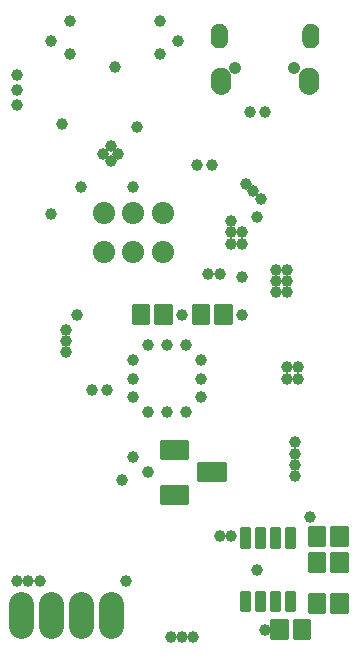
<source format=gbs>
G75*
%MOIN*%
%OFA0B0*%
%FSLAX25Y25*%
%IPPOS*%
%LPD*%
%AMOC8*
5,1,8,0,0,1.08239X$1,22.5*
%
%ADD10C,0.03953*%
%ADD11C,0.04150*%
%ADD12C,0.00039*%
%ADD13C,0.01224*%
%ADD14C,0.07378*%
%ADD15C,0.01210*%
%ADD16C,0.08200*%
%ADD17C,0.01237*%
D10*
X0007500Y0026250D03*
X0011250Y0026250D03*
X0015000Y0026250D03*
X0043750Y0026250D03*
X0058750Y0007500D03*
X0062500Y0007500D03*
X0066250Y0007500D03*
X0087500Y0030000D03*
X0078750Y0041250D03*
X0075000Y0041250D03*
X0051250Y0062500D03*
X0046250Y0067500D03*
X0042500Y0060000D03*
X0051250Y0082500D03*
X0046250Y0087500D03*
X0046250Y0093750D03*
X0046250Y0100000D03*
X0051250Y0105000D03*
X0057500Y0105000D03*
X0063750Y0105000D03*
X0068750Y0100000D03*
X0068750Y0093750D03*
X0068750Y0087500D03*
X0063750Y0082500D03*
X0057500Y0082500D03*
X0037500Y0090000D03*
X0032500Y0090000D03*
X0023750Y0102500D03*
X0023750Y0106250D03*
X0023750Y0110000D03*
X0027500Y0115000D03*
X0018750Y0148750D03*
X0028750Y0157500D03*
X0036250Y0168750D03*
X0038750Y0166250D03*
X0041250Y0168750D03*
X0038750Y0171250D03*
X0047500Y0177500D03*
X0046250Y0157500D03*
X0067500Y0165000D03*
X0072500Y0165000D03*
X0083750Y0158750D03*
X0086250Y0156250D03*
X0088750Y0153750D03*
X0087500Y0147500D03*
X0082500Y0142500D03*
X0082500Y0138750D03*
X0078750Y0138750D03*
X0078750Y0142500D03*
X0078750Y0146250D03*
X0075000Y0128750D03*
X0071250Y0128750D03*
X0082500Y0127500D03*
X0093750Y0126250D03*
X0093750Y0122500D03*
X0097500Y0122500D03*
X0097500Y0126250D03*
X0097500Y0130000D03*
X0093750Y0130000D03*
X0082500Y0115000D03*
X0097500Y0097500D03*
X0097500Y0093750D03*
X0101250Y0093750D03*
X0101250Y0097500D03*
X0100000Y0072500D03*
X0100000Y0068750D03*
X0100000Y0065000D03*
X0100000Y0061250D03*
X0105000Y0047500D03*
X0090000Y0010000D03*
X0062500Y0115000D03*
X0022500Y0178750D03*
X0007500Y0185000D03*
X0007500Y0190000D03*
X0007500Y0195000D03*
X0018750Y0206250D03*
X0025000Y0202087D03*
X0025000Y0202087D03*
X0025000Y0212913D03*
X0025000Y0212913D03*
X0040000Y0197500D03*
X0055000Y0202087D03*
X0055000Y0202087D03*
X0061250Y0206250D03*
X0055000Y0212913D03*
X0055000Y0212913D03*
X0085000Y0182500D03*
X0090000Y0182500D03*
D11*
X0080157Y0197217D03*
X0099843Y0197217D03*
D12*
X0101994Y0195998D02*
X0107337Y0195998D01*
X0107359Y0195960D02*
X0101972Y0195960D01*
X0101950Y0195923D02*
X0107381Y0195923D01*
X0107403Y0195885D02*
X0101928Y0195885D01*
X0101906Y0195847D02*
X0107425Y0195847D01*
X0107446Y0195809D02*
X0101884Y0195809D01*
X0101862Y0195771D02*
X0107468Y0195771D01*
X0107490Y0195733D02*
X0101841Y0195733D01*
X0101819Y0195695D02*
X0107512Y0195695D01*
X0107534Y0195657D02*
X0101797Y0195657D01*
X0101775Y0195620D02*
X0107556Y0195620D01*
X0107578Y0195582D02*
X0101753Y0195582D01*
X0101731Y0195544D02*
X0107599Y0195544D01*
X0107621Y0195506D02*
X0101709Y0195506D01*
X0101698Y0195486D02*
X0102038Y0196074D01*
X0102037Y0196074D02*
X0107293Y0196074D01*
X0107633Y0195486D01*
X0107842Y0194841D01*
X0107913Y0194165D01*
X0107913Y0192000D01*
X0107842Y0191325D01*
X0107633Y0190679D01*
X0107293Y0190091D01*
X0106839Y0189586D01*
X0106289Y0189187D01*
X0105669Y0188911D01*
X0105005Y0188770D01*
X0104326Y0188770D01*
X0103662Y0188911D01*
X0103041Y0189187D01*
X0102492Y0189586D01*
X0102038Y0190091D01*
X0101698Y0190679D01*
X0101488Y0191325D01*
X0101417Y0192000D01*
X0101417Y0194165D01*
X0101488Y0194841D01*
X0101698Y0195486D01*
X0101692Y0195468D02*
X0107639Y0195468D01*
X0107651Y0195430D02*
X0101680Y0195430D01*
X0101668Y0195392D02*
X0107663Y0195392D01*
X0107675Y0195354D02*
X0101655Y0195354D01*
X0101643Y0195316D02*
X0107688Y0195316D01*
X0107700Y0195279D02*
X0101631Y0195279D01*
X0101618Y0195241D02*
X0107712Y0195241D01*
X0107725Y0195203D02*
X0101606Y0195203D01*
X0101594Y0195165D02*
X0107737Y0195165D01*
X0107749Y0195127D02*
X0101581Y0195127D01*
X0101569Y0195089D02*
X0107762Y0195089D01*
X0107774Y0195051D02*
X0101557Y0195051D01*
X0101544Y0195013D02*
X0107786Y0195013D01*
X0107799Y0194976D02*
X0101532Y0194976D01*
X0101520Y0194938D02*
X0107811Y0194938D01*
X0107823Y0194900D02*
X0101508Y0194900D01*
X0101495Y0194862D02*
X0107835Y0194862D01*
X0107844Y0194824D02*
X0101487Y0194824D01*
X0101483Y0194786D02*
X0107848Y0194786D01*
X0107852Y0194748D02*
X0101479Y0194748D01*
X0101475Y0194710D02*
X0107856Y0194710D01*
X0107860Y0194673D02*
X0101471Y0194673D01*
X0101467Y0194635D02*
X0107864Y0194635D01*
X0107868Y0194597D02*
X0101463Y0194597D01*
X0101459Y0194559D02*
X0107872Y0194559D01*
X0107876Y0194521D02*
X0101455Y0194521D01*
X0101451Y0194483D02*
X0107880Y0194483D01*
X0107884Y0194445D02*
X0101447Y0194445D01*
X0101443Y0194407D02*
X0107888Y0194407D01*
X0107892Y0194369D02*
X0101439Y0194369D01*
X0101435Y0194332D02*
X0107896Y0194332D01*
X0107900Y0194294D02*
X0101431Y0194294D01*
X0101427Y0194256D02*
X0107904Y0194256D01*
X0107908Y0194218D02*
X0101423Y0194218D01*
X0101419Y0194180D02*
X0107912Y0194180D01*
X0107913Y0194142D02*
X0101417Y0194142D01*
X0101417Y0194104D02*
X0107913Y0194104D01*
X0107913Y0194066D02*
X0101417Y0194066D01*
X0101417Y0194029D02*
X0107913Y0194029D01*
X0107913Y0193991D02*
X0101417Y0193991D01*
X0101417Y0193953D02*
X0107913Y0193953D01*
X0107913Y0193915D02*
X0101417Y0193915D01*
X0101417Y0193877D02*
X0107913Y0193877D01*
X0107913Y0193839D02*
X0101417Y0193839D01*
X0101417Y0193801D02*
X0107913Y0193801D01*
X0107913Y0193763D02*
X0101417Y0193763D01*
X0101417Y0193725D02*
X0107913Y0193725D01*
X0107913Y0193688D02*
X0101417Y0193688D01*
X0101417Y0193650D02*
X0107913Y0193650D01*
X0107913Y0193612D02*
X0101417Y0193612D01*
X0101417Y0193574D02*
X0107913Y0193574D01*
X0107913Y0193536D02*
X0101417Y0193536D01*
X0101417Y0193498D02*
X0107913Y0193498D01*
X0107913Y0193460D02*
X0101417Y0193460D01*
X0101417Y0193422D02*
X0107913Y0193422D01*
X0107913Y0193385D02*
X0101417Y0193385D01*
X0101417Y0193347D02*
X0107913Y0193347D01*
X0107913Y0193309D02*
X0101417Y0193309D01*
X0101417Y0193271D02*
X0107913Y0193271D01*
X0107913Y0193233D02*
X0101417Y0193233D01*
X0101417Y0193195D02*
X0107913Y0193195D01*
X0107913Y0193157D02*
X0101417Y0193157D01*
X0101417Y0193119D02*
X0107913Y0193119D01*
X0107913Y0193081D02*
X0101417Y0193081D01*
X0101417Y0193044D02*
X0107913Y0193044D01*
X0107913Y0193006D02*
X0101417Y0193006D01*
X0101417Y0192968D02*
X0107913Y0192968D01*
X0107913Y0192930D02*
X0101417Y0192930D01*
X0101417Y0192892D02*
X0107913Y0192892D01*
X0107913Y0192854D02*
X0101417Y0192854D01*
X0101417Y0192816D02*
X0107913Y0192816D01*
X0107913Y0192778D02*
X0101417Y0192778D01*
X0101417Y0192741D02*
X0107913Y0192741D01*
X0107913Y0192703D02*
X0101417Y0192703D01*
X0101417Y0192665D02*
X0107913Y0192665D01*
X0107913Y0192627D02*
X0101417Y0192627D01*
X0101417Y0192589D02*
X0107913Y0192589D01*
X0107913Y0192551D02*
X0101417Y0192551D01*
X0101417Y0192513D02*
X0107913Y0192513D01*
X0107913Y0192475D02*
X0101417Y0192475D01*
X0101417Y0192437D02*
X0107913Y0192437D01*
X0107913Y0192400D02*
X0101417Y0192400D01*
X0101417Y0192362D02*
X0107913Y0192362D01*
X0107913Y0192324D02*
X0101417Y0192324D01*
X0101417Y0192286D02*
X0107913Y0192286D01*
X0107913Y0192248D02*
X0101417Y0192248D01*
X0101417Y0192210D02*
X0107913Y0192210D01*
X0107913Y0192172D02*
X0101417Y0192172D01*
X0101417Y0192134D02*
X0107913Y0192134D01*
X0107913Y0192097D02*
X0101417Y0192097D01*
X0101417Y0192059D02*
X0107913Y0192059D01*
X0107913Y0192021D02*
X0101417Y0192021D01*
X0101419Y0191983D02*
X0107912Y0191983D01*
X0107908Y0191945D02*
X0101423Y0191945D01*
X0101427Y0191907D02*
X0107904Y0191907D01*
X0107900Y0191869D02*
X0101431Y0191869D01*
X0101435Y0191831D02*
X0107896Y0191831D01*
X0107892Y0191794D02*
X0101439Y0191794D01*
X0101443Y0191756D02*
X0107888Y0191756D01*
X0107884Y0191718D02*
X0101447Y0191718D01*
X0101451Y0191680D02*
X0107880Y0191680D01*
X0107876Y0191642D02*
X0101455Y0191642D01*
X0101459Y0191604D02*
X0107872Y0191604D01*
X0107868Y0191566D02*
X0101463Y0191566D01*
X0101467Y0191528D02*
X0107864Y0191528D01*
X0107860Y0191490D02*
X0101471Y0191490D01*
X0101475Y0191453D02*
X0107856Y0191453D01*
X0107852Y0191415D02*
X0101479Y0191415D01*
X0101483Y0191377D02*
X0107848Y0191377D01*
X0107844Y0191339D02*
X0101487Y0191339D01*
X0101496Y0191301D02*
X0107835Y0191301D01*
X0107822Y0191263D02*
X0101508Y0191263D01*
X0101521Y0191225D02*
X0107810Y0191225D01*
X0107798Y0191187D02*
X0101533Y0191187D01*
X0101545Y0191150D02*
X0107786Y0191150D01*
X0107773Y0191112D02*
X0101558Y0191112D01*
X0101570Y0191074D02*
X0107761Y0191074D01*
X0107749Y0191036D02*
X0101582Y0191036D01*
X0101594Y0190998D02*
X0107736Y0190998D01*
X0107724Y0190960D02*
X0101607Y0190960D01*
X0101619Y0190922D02*
X0107712Y0190922D01*
X0107699Y0190884D02*
X0101631Y0190884D01*
X0101644Y0190846D02*
X0107687Y0190846D01*
X0107675Y0190809D02*
X0101656Y0190809D01*
X0101668Y0190771D02*
X0107662Y0190771D01*
X0107650Y0190733D02*
X0101681Y0190733D01*
X0101693Y0190695D02*
X0107638Y0190695D01*
X0107620Y0190657D02*
X0101711Y0190657D01*
X0101733Y0190619D02*
X0107598Y0190619D01*
X0107576Y0190581D02*
X0101754Y0190581D01*
X0101776Y0190543D02*
X0107554Y0190543D01*
X0107532Y0190506D02*
X0101798Y0190506D01*
X0101820Y0190468D02*
X0107511Y0190468D01*
X0107489Y0190430D02*
X0101842Y0190430D01*
X0101864Y0190392D02*
X0107467Y0190392D01*
X0107445Y0190354D02*
X0101886Y0190354D01*
X0101908Y0190316D02*
X0107423Y0190316D01*
X0107401Y0190278D02*
X0101929Y0190278D01*
X0101951Y0190240D02*
X0107379Y0190240D01*
X0107358Y0190202D02*
X0101973Y0190202D01*
X0101995Y0190165D02*
X0107336Y0190165D01*
X0107314Y0190127D02*
X0102017Y0190127D01*
X0102039Y0190089D02*
X0107291Y0190089D01*
X0107257Y0190051D02*
X0102074Y0190051D01*
X0102108Y0190013D02*
X0107223Y0190013D01*
X0107189Y0189975D02*
X0102142Y0189975D01*
X0102176Y0189937D02*
X0107155Y0189937D01*
X0107121Y0189899D02*
X0102210Y0189899D01*
X0102244Y0189862D02*
X0107087Y0189862D01*
X0107052Y0189824D02*
X0102278Y0189824D01*
X0102312Y0189786D02*
X0107018Y0189786D01*
X0106984Y0189748D02*
X0102346Y0189748D01*
X0102381Y0189710D02*
X0106950Y0189710D01*
X0106916Y0189672D02*
X0102415Y0189672D01*
X0102449Y0189634D02*
X0106882Y0189634D01*
X0106848Y0189596D02*
X0102483Y0189596D01*
X0102530Y0189559D02*
X0106801Y0189559D01*
X0106748Y0189521D02*
X0102582Y0189521D01*
X0102634Y0189483D02*
X0106696Y0189483D01*
X0106644Y0189445D02*
X0102687Y0189445D01*
X0102739Y0189407D02*
X0106592Y0189407D01*
X0106540Y0189369D02*
X0102791Y0189369D01*
X0102843Y0189331D02*
X0106488Y0189331D01*
X0106436Y0189293D02*
X0102895Y0189293D01*
X0102947Y0189255D02*
X0106383Y0189255D01*
X0106331Y0189218D02*
X0102999Y0189218D01*
X0103058Y0189180D02*
X0106273Y0189180D01*
X0106188Y0189142D02*
X0103143Y0189142D01*
X0103228Y0189104D02*
X0106103Y0189104D01*
X0106017Y0189066D02*
X0103313Y0189066D01*
X0103398Y0189028D02*
X0105932Y0189028D01*
X0105847Y0188990D02*
X0103483Y0188990D01*
X0103569Y0188952D02*
X0105762Y0188952D01*
X0105677Y0188915D02*
X0103654Y0188915D01*
X0103823Y0188877D02*
X0105508Y0188877D01*
X0105330Y0188839D02*
X0104001Y0188839D01*
X0104179Y0188801D02*
X0105151Y0188801D01*
X0107315Y0196036D02*
X0102016Y0196036D01*
X0102038Y0196074D02*
X0102492Y0196579D01*
X0103041Y0196978D01*
X0103662Y0197254D01*
X0104326Y0197396D01*
X0105005Y0197396D01*
X0105669Y0197254D01*
X0106289Y0196978D01*
X0106839Y0196579D01*
X0107293Y0196074D01*
X0107259Y0196112D02*
X0102071Y0196112D01*
X0102106Y0196150D02*
X0107225Y0196150D01*
X0107191Y0196188D02*
X0102140Y0196188D01*
X0102174Y0196226D02*
X0107157Y0196226D01*
X0107123Y0196264D02*
X0102208Y0196264D01*
X0102242Y0196301D02*
X0107089Y0196301D01*
X0107055Y0196339D02*
X0102276Y0196339D01*
X0102310Y0196377D02*
X0107021Y0196377D01*
X0106986Y0196415D02*
X0102344Y0196415D01*
X0102378Y0196453D02*
X0106952Y0196453D01*
X0106918Y0196491D02*
X0102412Y0196491D01*
X0102447Y0196529D02*
X0106884Y0196529D01*
X0106850Y0196567D02*
X0102481Y0196567D01*
X0102527Y0196604D02*
X0106804Y0196604D01*
X0106752Y0196642D02*
X0102579Y0196642D01*
X0102631Y0196680D02*
X0106700Y0196680D01*
X0106647Y0196718D02*
X0102683Y0196718D01*
X0102735Y0196756D02*
X0106595Y0196756D01*
X0106543Y0196794D02*
X0102788Y0196794D01*
X0102840Y0196832D02*
X0106491Y0196832D01*
X0106439Y0196870D02*
X0102892Y0196870D01*
X0102944Y0196908D02*
X0106387Y0196908D01*
X0106335Y0196945D02*
X0102996Y0196945D01*
X0103053Y0196983D02*
X0106278Y0196983D01*
X0106193Y0197021D02*
X0103138Y0197021D01*
X0103223Y0197059D02*
X0106108Y0197059D01*
X0106023Y0197097D02*
X0103308Y0197097D01*
X0103393Y0197135D02*
X0105938Y0197135D01*
X0105853Y0197173D02*
X0103478Y0197173D01*
X0103563Y0197211D02*
X0105768Y0197211D01*
X0105682Y0197248D02*
X0103648Y0197248D01*
X0103812Y0197286D02*
X0105519Y0197286D01*
X0105341Y0197324D02*
X0103990Y0197324D01*
X0104168Y0197362D02*
X0105163Y0197362D01*
X0104978Y0204121D02*
X0104435Y0204236D01*
X0103927Y0204462D01*
X0103478Y0204789D01*
X0103106Y0205202D01*
X0102828Y0205683D01*
X0102656Y0206211D01*
X0102598Y0206764D01*
X0102598Y0209323D01*
X0102656Y0209875D01*
X0102828Y0210404D01*
X0103106Y0210885D01*
X0103478Y0211298D01*
X0103927Y0211624D01*
X0104435Y0211850D01*
X0104978Y0211966D01*
X0105534Y0211966D01*
X0106077Y0211850D01*
X0106585Y0211624D01*
X0107034Y0211298D01*
X0107406Y0210885D01*
X0107684Y0210404D01*
X0107855Y0209875D01*
X0107913Y0209323D01*
X0107913Y0206764D01*
X0107855Y0206211D01*
X0107684Y0205683D01*
X0107406Y0205202D01*
X0107034Y0204789D01*
X0106585Y0204462D01*
X0106077Y0204236D01*
X0105534Y0204121D01*
X0104978Y0204121D01*
X0104875Y0204143D02*
X0105637Y0204143D01*
X0105815Y0204181D02*
X0104696Y0204181D01*
X0104518Y0204219D02*
X0105994Y0204219D01*
X0106122Y0204256D02*
X0104389Y0204256D01*
X0104304Y0204294D02*
X0106207Y0204294D01*
X0106292Y0204332D02*
X0104219Y0204332D01*
X0104134Y0204370D02*
X0106378Y0204370D01*
X0106463Y0204408D02*
X0104049Y0204408D01*
X0103964Y0204446D02*
X0106548Y0204446D01*
X0106614Y0204484D02*
X0103898Y0204484D01*
X0103846Y0204522D02*
X0106666Y0204522D01*
X0106718Y0204560D02*
X0103793Y0204560D01*
X0103741Y0204597D02*
X0106771Y0204597D01*
X0106823Y0204635D02*
X0103689Y0204635D01*
X0103637Y0204673D02*
X0106875Y0204673D01*
X0106927Y0204711D02*
X0103585Y0204711D01*
X0103533Y0204749D02*
X0106979Y0204749D01*
X0107031Y0204787D02*
X0103481Y0204787D01*
X0103445Y0204825D02*
X0107066Y0204825D01*
X0107100Y0204863D02*
X0103411Y0204863D01*
X0103377Y0204900D02*
X0107135Y0204900D01*
X0107169Y0204938D02*
X0103343Y0204938D01*
X0103309Y0204976D02*
X0107203Y0204976D01*
X0107237Y0205014D02*
X0103275Y0205014D01*
X0103241Y0205052D02*
X0107271Y0205052D01*
X0107305Y0205090D02*
X0103207Y0205090D01*
X0103173Y0205128D02*
X0107339Y0205128D01*
X0107373Y0205166D02*
X0103138Y0205166D01*
X0103105Y0205204D02*
X0107407Y0205204D01*
X0107429Y0205241D02*
X0103083Y0205241D01*
X0103061Y0205279D02*
X0107451Y0205279D01*
X0107473Y0205317D02*
X0103039Y0205317D01*
X0103017Y0205355D02*
X0107494Y0205355D01*
X0107516Y0205393D02*
X0102996Y0205393D01*
X0102974Y0205431D02*
X0107538Y0205431D01*
X0107560Y0205469D02*
X0102952Y0205469D01*
X0102930Y0205507D02*
X0107582Y0205507D01*
X0107604Y0205544D02*
X0102908Y0205544D01*
X0102886Y0205582D02*
X0107626Y0205582D01*
X0107647Y0205620D02*
X0102864Y0205620D01*
X0102842Y0205658D02*
X0107669Y0205658D01*
X0107688Y0205696D02*
X0102824Y0205696D01*
X0102812Y0205734D02*
X0107700Y0205734D01*
X0107713Y0205772D02*
X0102799Y0205772D01*
X0102787Y0205810D02*
X0107725Y0205810D01*
X0107737Y0205848D02*
X0102775Y0205848D01*
X0102762Y0205885D02*
X0107749Y0205885D01*
X0107762Y0205923D02*
X0102750Y0205923D01*
X0102738Y0205961D02*
X0107774Y0205961D01*
X0107786Y0205999D02*
X0102725Y0205999D01*
X0102713Y0206037D02*
X0107799Y0206037D01*
X0107811Y0206075D02*
X0102701Y0206075D01*
X0102689Y0206113D02*
X0107823Y0206113D01*
X0107836Y0206151D02*
X0102676Y0206151D01*
X0102664Y0206188D02*
X0107848Y0206188D01*
X0107857Y0206226D02*
X0102655Y0206226D01*
X0102651Y0206264D02*
X0107861Y0206264D01*
X0107865Y0206302D02*
X0102647Y0206302D01*
X0102643Y0206340D02*
X0107869Y0206340D01*
X0107873Y0206378D02*
X0102639Y0206378D01*
X0102635Y0206416D02*
X0107877Y0206416D01*
X0107881Y0206454D02*
X0102631Y0206454D01*
X0102627Y0206491D02*
X0107885Y0206491D01*
X0107889Y0206529D02*
X0102623Y0206529D01*
X0102619Y0206567D02*
X0107893Y0206567D01*
X0107897Y0206605D02*
X0102615Y0206605D01*
X0102611Y0206643D02*
X0107901Y0206643D01*
X0107905Y0206681D02*
X0102607Y0206681D01*
X0102603Y0206719D02*
X0107909Y0206719D01*
X0107913Y0206757D02*
X0102599Y0206757D01*
X0102598Y0206795D02*
X0107913Y0206795D01*
X0107913Y0206832D02*
X0102598Y0206832D01*
X0102598Y0206870D02*
X0107913Y0206870D01*
X0107913Y0206908D02*
X0102598Y0206908D01*
X0102598Y0206946D02*
X0107913Y0206946D01*
X0107913Y0206984D02*
X0102598Y0206984D01*
X0102598Y0207022D02*
X0107913Y0207022D01*
X0107913Y0207060D02*
X0102598Y0207060D01*
X0102598Y0207098D02*
X0107913Y0207098D01*
X0107913Y0207135D02*
X0102598Y0207135D01*
X0102598Y0207173D02*
X0107913Y0207173D01*
X0107913Y0207211D02*
X0102598Y0207211D01*
X0102598Y0207249D02*
X0107913Y0207249D01*
X0107913Y0207287D02*
X0102598Y0207287D01*
X0102598Y0207325D02*
X0107913Y0207325D01*
X0107913Y0207363D02*
X0102598Y0207363D01*
X0102598Y0207401D02*
X0107913Y0207401D01*
X0107913Y0207439D02*
X0102598Y0207439D01*
X0102598Y0207476D02*
X0107913Y0207476D01*
X0107913Y0207514D02*
X0102598Y0207514D01*
X0102598Y0207552D02*
X0107913Y0207552D01*
X0107913Y0207590D02*
X0102598Y0207590D01*
X0102598Y0207628D02*
X0107913Y0207628D01*
X0107913Y0207666D02*
X0102598Y0207666D01*
X0102598Y0207704D02*
X0107913Y0207704D01*
X0107913Y0207742D02*
X0102598Y0207742D01*
X0102598Y0207779D02*
X0107913Y0207779D01*
X0107913Y0207817D02*
X0102598Y0207817D01*
X0102598Y0207855D02*
X0107913Y0207855D01*
X0107913Y0207893D02*
X0102598Y0207893D01*
X0102598Y0207931D02*
X0107913Y0207931D01*
X0107913Y0207969D02*
X0102598Y0207969D01*
X0102598Y0208007D02*
X0107913Y0208007D01*
X0107913Y0208045D02*
X0102598Y0208045D01*
X0102598Y0208083D02*
X0107913Y0208083D01*
X0107913Y0208120D02*
X0102598Y0208120D01*
X0102598Y0208158D02*
X0107913Y0208158D01*
X0107913Y0208196D02*
X0102598Y0208196D01*
X0102598Y0208234D02*
X0107913Y0208234D01*
X0107913Y0208272D02*
X0102598Y0208272D01*
X0102598Y0208310D02*
X0107913Y0208310D01*
X0107913Y0208348D02*
X0102598Y0208348D01*
X0102598Y0208386D02*
X0107913Y0208386D01*
X0107913Y0208423D02*
X0102598Y0208423D01*
X0102598Y0208461D02*
X0107913Y0208461D01*
X0107913Y0208499D02*
X0102598Y0208499D01*
X0102598Y0208537D02*
X0107913Y0208537D01*
X0107913Y0208575D02*
X0102598Y0208575D01*
X0102598Y0208613D02*
X0107913Y0208613D01*
X0107913Y0208651D02*
X0102598Y0208651D01*
X0102598Y0208689D02*
X0107913Y0208689D01*
X0107913Y0208727D02*
X0102598Y0208727D01*
X0102598Y0208764D02*
X0107913Y0208764D01*
X0107913Y0208802D02*
X0102598Y0208802D01*
X0102598Y0208840D02*
X0107913Y0208840D01*
X0107913Y0208878D02*
X0102598Y0208878D01*
X0102598Y0208916D02*
X0107913Y0208916D01*
X0107913Y0208954D02*
X0102598Y0208954D01*
X0102598Y0208992D02*
X0107913Y0208992D01*
X0107913Y0209030D02*
X0102598Y0209030D01*
X0102598Y0209067D02*
X0107913Y0209067D01*
X0107913Y0209105D02*
X0102598Y0209105D01*
X0102598Y0209143D02*
X0107913Y0209143D01*
X0107913Y0209181D02*
X0102598Y0209181D01*
X0102598Y0209219D02*
X0107913Y0209219D01*
X0107913Y0209257D02*
X0102598Y0209257D01*
X0102598Y0209295D02*
X0107913Y0209295D01*
X0107912Y0209333D02*
X0102599Y0209333D01*
X0102603Y0209370D02*
X0107908Y0209370D01*
X0107904Y0209408D02*
X0102607Y0209408D01*
X0102611Y0209446D02*
X0107900Y0209446D01*
X0107896Y0209484D02*
X0102615Y0209484D01*
X0102619Y0209522D02*
X0107892Y0209522D01*
X0107888Y0209560D02*
X0102623Y0209560D01*
X0102627Y0209598D02*
X0107884Y0209598D01*
X0107880Y0209636D02*
X0102631Y0209636D01*
X0102635Y0209674D02*
X0107877Y0209674D01*
X0107873Y0209711D02*
X0102639Y0209711D01*
X0102643Y0209749D02*
X0107869Y0209749D01*
X0107865Y0209787D02*
X0102647Y0209787D01*
X0102651Y0209825D02*
X0107861Y0209825D01*
X0107857Y0209863D02*
X0102655Y0209863D01*
X0102665Y0209901D02*
X0107847Y0209901D01*
X0107835Y0209939D02*
X0102677Y0209939D01*
X0102689Y0209977D02*
X0107822Y0209977D01*
X0107810Y0210014D02*
X0102702Y0210014D01*
X0102714Y0210052D02*
X0107798Y0210052D01*
X0107785Y0210090D02*
X0102726Y0210090D01*
X0102739Y0210128D02*
X0107773Y0210128D01*
X0107761Y0210166D02*
X0102751Y0210166D01*
X0102763Y0210204D02*
X0107749Y0210204D01*
X0107736Y0210242D02*
X0102776Y0210242D01*
X0102788Y0210280D02*
X0107724Y0210280D01*
X0107712Y0210318D02*
X0102800Y0210318D01*
X0102812Y0210355D02*
X0107699Y0210355D01*
X0107687Y0210393D02*
X0102825Y0210393D01*
X0102844Y0210431D02*
X0107668Y0210431D01*
X0107646Y0210469D02*
X0102866Y0210469D01*
X0102888Y0210507D02*
X0107624Y0210507D01*
X0107602Y0210545D02*
X0102910Y0210545D01*
X0102931Y0210583D02*
X0107580Y0210583D01*
X0107558Y0210621D02*
X0102953Y0210621D01*
X0102975Y0210658D02*
X0107537Y0210658D01*
X0107515Y0210696D02*
X0102997Y0210696D01*
X0103019Y0210734D02*
X0107493Y0210734D01*
X0107471Y0210772D02*
X0103041Y0210772D01*
X0103063Y0210810D02*
X0107449Y0210810D01*
X0107427Y0210848D02*
X0103085Y0210848D01*
X0103107Y0210886D02*
X0107405Y0210886D01*
X0107371Y0210924D02*
X0103141Y0210924D01*
X0103175Y0210962D02*
X0107337Y0210962D01*
X0107303Y0210999D02*
X0103209Y0210999D01*
X0103243Y0211037D02*
X0107269Y0211037D01*
X0107235Y0211075D02*
X0103277Y0211075D01*
X0103311Y0211113D02*
X0107200Y0211113D01*
X0107166Y0211151D02*
X0103346Y0211151D01*
X0103380Y0211189D02*
X0107132Y0211189D01*
X0107098Y0211227D02*
X0103414Y0211227D01*
X0103448Y0211265D02*
X0107064Y0211265D01*
X0107028Y0211302D02*
X0103484Y0211302D01*
X0103536Y0211340D02*
X0106975Y0211340D01*
X0106923Y0211378D02*
X0103588Y0211378D01*
X0103641Y0211416D02*
X0106871Y0211416D01*
X0106819Y0211454D02*
X0103693Y0211454D01*
X0103745Y0211492D02*
X0106767Y0211492D01*
X0106715Y0211530D02*
X0103797Y0211530D01*
X0103849Y0211568D02*
X0106663Y0211568D01*
X0106610Y0211605D02*
X0103901Y0211605D01*
X0103970Y0211643D02*
X0106542Y0211643D01*
X0106457Y0211681D02*
X0104055Y0211681D01*
X0104140Y0211719D02*
X0106372Y0211719D01*
X0106287Y0211757D02*
X0104225Y0211757D01*
X0104310Y0211795D02*
X0106201Y0211795D01*
X0106116Y0211833D02*
X0104395Y0211833D01*
X0104531Y0211871D02*
X0105981Y0211871D01*
X0105803Y0211909D02*
X0104709Y0211909D01*
X0104887Y0211946D02*
X0105625Y0211946D01*
X0077402Y0209323D02*
X0077402Y0206764D01*
X0077344Y0206211D01*
X0077172Y0205683D01*
X0076894Y0205202D01*
X0076522Y0204789D01*
X0076073Y0204462D01*
X0075565Y0204236D01*
X0075022Y0204121D01*
X0074466Y0204121D01*
X0073923Y0204236D01*
X0073415Y0204462D01*
X0072966Y0204789D01*
X0072594Y0205202D01*
X0072316Y0205683D01*
X0072145Y0206211D01*
X0072087Y0206764D01*
X0072087Y0209323D01*
X0072145Y0209875D01*
X0072316Y0210404D01*
X0072594Y0210885D01*
X0072966Y0211298D01*
X0073415Y0211624D01*
X0073923Y0211850D01*
X0074466Y0211966D01*
X0075022Y0211966D01*
X0075565Y0211850D01*
X0076073Y0211624D01*
X0076522Y0211298D01*
X0076894Y0210885D01*
X0077172Y0210404D01*
X0077344Y0209875D01*
X0077402Y0209323D01*
X0077401Y0209333D02*
X0072088Y0209333D01*
X0072092Y0209370D02*
X0077397Y0209370D01*
X0077393Y0209408D02*
X0072096Y0209408D01*
X0072100Y0209446D02*
X0077389Y0209446D01*
X0077385Y0209484D02*
X0072104Y0209484D01*
X0072108Y0209522D02*
X0077381Y0209522D01*
X0077377Y0209560D02*
X0072112Y0209560D01*
X0072116Y0209598D02*
X0077373Y0209598D01*
X0077369Y0209636D02*
X0072119Y0209636D01*
X0072123Y0209674D02*
X0077365Y0209674D01*
X0077361Y0209711D02*
X0072127Y0209711D01*
X0072131Y0209749D02*
X0077357Y0209749D01*
X0077353Y0209787D02*
X0072135Y0209787D01*
X0072139Y0209825D02*
X0077349Y0209825D01*
X0077345Y0209863D02*
X0072143Y0209863D01*
X0072153Y0209901D02*
X0077335Y0209901D01*
X0077323Y0209939D02*
X0072165Y0209939D01*
X0072178Y0209977D02*
X0077311Y0209977D01*
X0077298Y0210014D02*
X0072190Y0210014D01*
X0072202Y0210052D02*
X0077286Y0210052D01*
X0077274Y0210090D02*
X0072214Y0210090D01*
X0072227Y0210128D02*
X0077261Y0210128D01*
X0077249Y0210166D02*
X0072239Y0210166D01*
X0072251Y0210204D02*
X0077237Y0210204D01*
X0077224Y0210242D02*
X0072264Y0210242D01*
X0072276Y0210280D02*
X0077212Y0210280D01*
X0077200Y0210318D02*
X0072288Y0210318D01*
X0072301Y0210355D02*
X0077188Y0210355D01*
X0077175Y0210393D02*
X0072313Y0210393D01*
X0072332Y0210431D02*
X0077156Y0210431D01*
X0077134Y0210469D02*
X0072354Y0210469D01*
X0072376Y0210507D02*
X0077112Y0210507D01*
X0077090Y0210545D02*
X0072398Y0210545D01*
X0072420Y0210583D02*
X0077069Y0210583D01*
X0077047Y0210621D02*
X0072442Y0210621D01*
X0072463Y0210658D02*
X0077025Y0210658D01*
X0077003Y0210696D02*
X0072485Y0210696D01*
X0072507Y0210734D02*
X0076981Y0210734D01*
X0076959Y0210772D02*
X0072529Y0210772D01*
X0072551Y0210810D02*
X0076937Y0210810D01*
X0076915Y0210848D02*
X0072573Y0210848D01*
X0072595Y0210886D02*
X0076893Y0210886D01*
X0076859Y0210924D02*
X0072629Y0210924D01*
X0072663Y0210962D02*
X0076825Y0210962D01*
X0076791Y0210999D02*
X0072697Y0210999D01*
X0072731Y0211037D02*
X0076757Y0211037D01*
X0076723Y0211075D02*
X0072765Y0211075D01*
X0072800Y0211113D02*
X0076689Y0211113D01*
X0076654Y0211151D02*
X0072834Y0211151D01*
X0072868Y0211189D02*
X0076620Y0211189D01*
X0076586Y0211227D02*
X0072902Y0211227D01*
X0072936Y0211265D02*
X0076552Y0211265D01*
X0076516Y0211302D02*
X0072972Y0211302D01*
X0073025Y0211340D02*
X0076464Y0211340D01*
X0076412Y0211378D02*
X0073077Y0211378D01*
X0073129Y0211416D02*
X0076359Y0211416D01*
X0076307Y0211454D02*
X0073181Y0211454D01*
X0073233Y0211492D02*
X0076255Y0211492D01*
X0076203Y0211530D02*
X0073285Y0211530D01*
X0073337Y0211568D02*
X0076151Y0211568D01*
X0076099Y0211605D02*
X0073389Y0211605D01*
X0073458Y0211643D02*
X0076030Y0211643D01*
X0075945Y0211681D02*
X0073543Y0211681D01*
X0073628Y0211719D02*
X0075860Y0211719D01*
X0075775Y0211757D02*
X0073713Y0211757D01*
X0073799Y0211795D02*
X0075690Y0211795D01*
X0075605Y0211833D02*
X0073884Y0211833D01*
X0074019Y0211871D02*
X0075469Y0211871D01*
X0075291Y0211909D02*
X0074197Y0211909D01*
X0074375Y0211946D02*
X0075113Y0211946D01*
X0077402Y0209295D02*
X0072087Y0209295D01*
X0072087Y0209257D02*
X0077402Y0209257D01*
X0077402Y0209219D02*
X0072087Y0209219D01*
X0072087Y0209181D02*
X0077402Y0209181D01*
X0077402Y0209143D02*
X0072087Y0209143D01*
X0072087Y0209105D02*
X0077402Y0209105D01*
X0077402Y0209067D02*
X0072087Y0209067D01*
X0072087Y0209030D02*
X0077402Y0209030D01*
X0077402Y0208992D02*
X0072087Y0208992D01*
X0072087Y0208954D02*
X0077402Y0208954D01*
X0077402Y0208916D02*
X0072087Y0208916D01*
X0072087Y0208878D02*
X0077402Y0208878D01*
X0077402Y0208840D02*
X0072087Y0208840D01*
X0072087Y0208802D02*
X0077402Y0208802D01*
X0077402Y0208764D02*
X0072087Y0208764D01*
X0072087Y0208727D02*
X0077402Y0208727D01*
X0077402Y0208689D02*
X0072087Y0208689D01*
X0072087Y0208651D02*
X0077402Y0208651D01*
X0077402Y0208613D02*
X0072087Y0208613D01*
X0072087Y0208575D02*
X0077402Y0208575D01*
X0077402Y0208537D02*
X0072087Y0208537D01*
X0072087Y0208499D02*
X0077402Y0208499D01*
X0077402Y0208461D02*
X0072087Y0208461D01*
X0072087Y0208423D02*
X0077402Y0208423D01*
X0077402Y0208386D02*
X0072087Y0208386D01*
X0072087Y0208348D02*
X0077402Y0208348D01*
X0077402Y0208310D02*
X0072087Y0208310D01*
X0072087Y0208272D02*
X0077402Y0208272D01*
X0077402Y0208234D02*
X0072087Y0208234D01*
X0072087Y0208196D02*
X0077402Y0208196D01*
X0077402Y0208158D02*
X0072087Y0208158D01*
X0072087Y0208120D02*
X0077402Y0208120D01*
X0077402Y0208083D02*
X0072087Y0208083D01*
X0072087Y0208045D02*
X0077402Y0208045D01*
X0077402Y0208007D02*
X0072087Y0208007D01*
X0072087Y0207969D02*
X0077402Y0207969D01*
X0077402Y0207931D02*
X0072087Y0207931D01*
X0072087Y0207893D02*
X0077402Y0207893D01*
X0077402Y0207855D02*
X0072087Y0207855D01*
X0072087Y0207817D02*
X0077402Y0207817D01*
X0077402Y0207779D02*
X0072087Y0207779D01*
X0072087Y0207742D02*
X0077402Y0207742D01*
X0077402Y0207704D02*
X0072087Y0207704D01*
X0072087Y0207666D02*
X0077402Y0207666D01*
X0077402Y0207628D02*
X0072087Y0207628D01*
X0072087Y0207590D02*
X0077402Y0207590D01*
X0077402Y0207552D02*
X0072087Y0207552D01*
X0072087Y0207514D02*
X0077402Y0207514D01*
X0077402Y0207476D02*
X0072087Y0207476D01*
X0072087Y0207439D02*
X0077402Y0207439D01*
X0077402Y0207401D02*
X0072087Y0207401D01*
X0072087Y0207363D02*
X0077402Y0207363D01*
X0077402Y0207325D02*
X0072087Y0207325D01*
X0072087Y0207287D02*
X0077402Y0207287D01*
X0077402Y0207249D02*
X0072087Y0207249D01*
X0072087Y0207211D02*
X0077402Y0207211D01*
X0077402Y0207173D02*
X0072087Y0207173D01*
X0072087Y0207135D02*
X0077402Y0207135D01*
X0077402Y0207098D02*
X0072087Y0207098D01*
X0072087Y0207060D02*
X0077402Y0207060D01*
X0077402Y0207022D02*
X0072087Y0207022D01*
X0072087Y0206984D02*
X0077402Y0206984D01*
X0077402Y0206946D02*
X0072087Y0206946D01*
X0072087Y0206908D02*
X0077402Y0206908D01*
X0077402Y0206870D02*
X0072087Y0206870D01*
X0072087Y0206832D02*
X0077402Y0206832D01*
X0077402Y0206795D02*
X0072087Y0206795D01*
X0072087Y0206757D02*
X0077401Y0206757D01*
X0077397Y0206719D02*
X0072091Y0206719D01*
X0072095Y0206681D02*
X0077393Y0206681D01*
X0077389Y0206643D02*
X0072099Y0206643D01*
X0072103Y0206605D02*
X0077385Y0206605D01*
X0077381Y0206567D02*
X0072107Y0206567D01*
X0072111Y0206529D02*
X0077377Y0206529D01*
X0077373Y0206491D02*
X0072115Y0206491D01*
X0072119Y0206454D02*
X0077369Y0206454D01*
X0077365Y0206416D02*
X0072123Y0206416D01*
X0072127Y0206378D02*
X0077361Y0206378D01*
X0077357Y0206340D02*
X0072131Y0206340D01*
X0072135Y0206302D02*
X0077353Y0206302D01*
X0077349Y0206264D02*
X0072139Y0206264D01*
X0072143Y0206226D02*
X0077345Y0206226D01*
X0077336Y0206188D02*
X0072152Y0206188D01*
X0072164Y0206151D02*
X0077324Y0206151D01*
X0077311Y0206113D02*
X0072177Y0206113D01*
X0072189Y0206075D02*
X0077299Y0206075D01*
X0077287Y0206037D02*
X0072201Y0206037D01*
X0072214Y0205999D02*
X0077275Y0205999D01*
X0077262Y0205961D02*
X0072226Y0205961D01*
X0072238Y0205923D02*
X0077250Y0205923D01*
X0077238Y0205885D02*
X0072251Y0205885D01*
X0072263Y0205848D02*
X0077225Y0205848D01*
X0077213Y0205810D02*
X0072275Y0205810D01*
X0072288Y0205772D02*
X0077201Y0205772D01*
X0077188Y0205734D02*
X0072300Y0205734D01*
X0072312Y0205696D02*
X0077176Y0205696D01*
X0077158Y0205658D02*
X0072331Y0205658D01*
X0072353Y0205620D02*
X0077136Y0205620D01*
X0077114Y0205582D02*
X0072374Y0205582D01*
X0072396Y0205544D02*
X0077092Y0205544D01*
X0077070Y0205507D02*
X0072418Y0205507D01*
X0072440Y0205469D02*
X0077048Y0205469D01*
X0077026Y0205431D02*
X0072462Y0205431D01*
X0072484Y0205393D02*
X0077004Y0205393D01*
X0076983Y0205355D02*
X0072506Y0205355D01*
X0072528Y0205317D02*
X0076961Y0205317D01*
X0076939Y0205279D02*
X0072549Y0205279D01*
X0072571Y0205241D02*
X0076917Y0205241D01*
X0076895Y0205204D02*
X0072593Y0205204D01*
X0072627Y0205166D02*
X0076862Y0205166D01*
X0076827Y0205128D02*
X0072661Y0205128D01*
X0072695Y0205090D02*
X0076793Y0205090D01*
X0076759Y0205052D02*
X0072729Y0205052D01*
X0072763Y0205014D02*
X0076725Y0205014D01*
X0076691Y0204976D02*
X0072797Y0204976D01*
X0072831Y0204938D02*
X0076657Y0204938D01*
X0076623Y0204900D02*
X0072865Y0204900D01*
X0072900Y0204863D02*
X0076589Y0204863D01*
X0076555Y0204825D02*
X0072934Y0204825D01*
X0072969Y0204787D02*
X0076519Y0204787D01*
X0076467Y0204749D02*
X0073021Y0204749D01*
X0073073Y0204711D02*
X0076415Y0204711D01*
X0076363Y0204673D02*
X0073125Y0204673D01*
X0073177Y0204635D02*
X0076311Y0204635D01*
X0076259Y0204597D02*
X0073229Y0204597D01*
X0073282Y0204560D02*
X0076207Y0204560D01*
X0076154Y0204522D02*
X0073334Y0204522D01*
X0073386Y0204484D02*
X0076102Y0204484D01*
X0076036Y0204446D02*
X0073452Y0204446D01*
X0073537Y0204408D02*
X0075951Y0204408D01*
X0075866Y0204370D02*
X0073622Y0204370D01*
X0073708Y0204332D02*
X0075781Y0204332D01*
X0075696Y0204294D02*
X0073793Y0204294D01*
X0073878Y0204256D02*
X0075611Y0204256D01*
X0075482Y0204219D02*
X0074006Y0204219D01*
X0074185Y0204181D02*
X0075304Y0204181D01*
X0075125Y0204143D02*
X0074363Y0204143D01*
X0074995Y0197396D02*
X0074331Y0197254D01*
X0073711Y0196978D01*
X0073161Y0196579D01*
X0072707Y0196074D01*
X0077963Y0196074D01*
X0077962Y0196074D02*
X0077508Y0196579D01*
X0076959Y0196978D01*
X0076338Y0197254D01*
X0075674Y0197396D01*
X0074995Y0197396D01*
X0074837Y0197362D02*
X0075832Y0197362D01*
X0076010Y0197324D02*
X0074659Y0197324D01*
X0074481Y0197286D02*
X0076188Y0197286D01*
X0076352Y0197248D02*
X0074318Y0197248D01*
X0074232Y0197211D02*
X0076437Y0197211D01*
X0076522Y0197173D02*
X0074147Y0197173D01*
X0074062Y0197135D02*
X0076607Y0197135D01*
X0076692Y0197097D02*
X0073977Y0197097D01*
X0073892Y0197059D02*
X0076777Y0197059D01*
X0076862Y0197021D02*
X0073807Y0197021D01*
X0073722Y0196983D02*
X0076947Y0196983D01*
X0077004Y0196945D02*
X0073665Y0196945D01*
X0073613Y0196908D02*
X0077056Y0196908D01*
X0077108Y0196870D02*
X0073561Y0196870D01*
X0073509Y0196832D02*
X0077160Y0196832D01*
X0077212Y0196794D02*
X0073457Y0196794D01*
X0073405Y0196756D02*
X0077265Y0196756D01*
X0077317Y0196718D02*
X0073353Y0196718D01*
X0073300Y0196680D02*
X0077369Y0196680D01*
X0077421Y0196642D02*
X0073248Y0196642D01*
X0073196Y0196604D02*
X0077473Y0196604D01*
X0077519Y0196567D02*
X0073150Y0196567D01*
X0073116Y0196529D02*
X0077553Y0196529D01*
X0077588Y0196491D02*
X0073082Y0196491D01*
X0073048Y0196453D02*
X0077622Y0196453D01*
X0077656Y0196415D02*
X0073014Y0196415D01*
X0072979Y0196377D02*
X0077690Y0196377D01*
X0077724Y0196339D02*
X0072945Y0196339D01*
X0072911Y0196301D02*
X0077758Y0196301D01*
X0077792Y0196264D02*
X0072877Y0196264D01*
X0072843Y0196226D02*
X0077826Y0196226D01*
X0077860Y0196188D02*
X0072809Y0196188D01*
X0072775Y0196150D02*
X0077894Y0196150D01*
X0077929Y0196112D02*
X0072741Y0196112D01*
X0072707Y0196074D02*
X0072367Y0195486D01*
X0072158Y0194841D01*
X0072087Y0194165D01*
X0072087Y0192000D01*
X0072158Y0191325D01*
X0072367Y0190679D01*
X0072707Y0190091D01*
X0073161Y0189586D01*
X0073711Y0189187D01*
X0074331Y0188911D01*
X0074995Y0188770D01*
X0075674Y0188770D01*
X0076338Y0188911D01*
X0076959Y0189187D01*
X0077508Y0189586D01*
X0077962Y0190091D01*
X0078302Y0190679D01*
X0078512Y0191325D01*
X0078583Y0192000D01*
X0078583Y0194165D01*
X0078512Y0194841D01*
X0078302Y0195486D01*
X0077962Y0196074D01*
X0077984Y0196036D02*
X0072685Y0196036D01*
X0072663Y0195998D02*
X0078006Y0195998D01*
X0078028Y0195960D02*
X0072641Y0195960D01*
X0072619Y0195923D02*
X0078050Y0195923D01*
X0078072Y0195885D02*
X0072597Y0195885D01*
X0072575Y0195847D02*
X0078094Y0195847D01*
X0078116Y0195809D02*
X0072554Y0195809D01*
X0072532Y0195771D02*
X0078138Y0195771D01*
X0078159Y0195733D02*
X0072510Y0195733D01*
X0072488Y0195695D02*
X0078181Y0195695D01*
X0078203Y0195657D02*
X0072466Y0195657D01*
X0072444Y0195620D02*
X0078225Y0195620D01*
X0078247Y0195582D02*
X0072422Y0195582D01*
X0072401Y0195544D02*
X0078269Y0195544D01*
X0078291Y0195506D02*
X0072379Y0195506D01*
X0072361Y0195468D02*
X0078308Y0195468D01*
X0078320Y0195430D02*
X0072349Y0195430D01*
X0072337Y0195392D02*
X0078332Y0195392D01*
X0078345Y0195354D02*
X0072325Y0195354D01*
X0072312Y0195316D02*
X0078357Y0195316D01*
X0078369Y0195279D02*
X0072300Y0195279D01*
X0072288Y0195241D02*
X0078382Y0195241D01*
X0078394Y0195203D02*
X0072275Y0195203D01*
X0072263Y0195165D02*
X0078406Y0195165D01*
X0078419Y0195127D02*
X0072251Y0195127D01*
X0072238Y0195089D02*
X0078431Y0195089D01*
X0078443Y0195051D02*
X0072226Y0195051D01*
X0072214Y0195013D02*
X0078456Y0195013D01*
X0078468Y0194976D02*
X0072201Y0194976D01*
X0072189Y0194938D02*
X0078480Y0194938D01*
X0078492Y0194900D02*
X0072177Y0194900D01*
X0072165Y0194862D02*
X0078505Y0194862D01*
X0078513Y0194824D02*
X0072156Y0194824D01*
X0072152Y0194786D02*
X0078517Y0194786D01*
X0078521Y0194748D02*
X0072148Y0194748D01*
X0072144Y0194710D02*
X0078525Y0194710D01*
X0078529Y0194673D02*
X0072140Y0194673D01*
X0072136Y0194635D02*
X0078533Y0194635D01*
X0078537Y0194597D02*
X0072132Y0194597D01*
X0072128Y0194559D02*
X0078541Y0194559D01*
X0078545Y0194521D02*
X0072124Y0194521D01*
X0072120Y0194483D02*
X0078549Y0194483D01*
X0078553Y0194445D02*
X0072116Y0194445D01*
X0072112Y0194407D02*
X0078557Y0194407D01*
X0078561Y0194369D02*
X0072108Y0194369D01*
X0072104Y0194332D02*
X0078565Y0194332D01*
X0078569Y0194294D02*
X0072100Y0194294D01*
X0072096Y0194256D02*
X0078573Y0194256D01*
X0078577Y0194218D02*
X0072092Y0194218D01*
X0072088Y0194180D02*
X0078581Y0194180D01*
X0078583Y0194142D02*
X0072087Y0194142D01*
X0072087Y0194104D02*
X0078583Y0194104D01*
X0078583Y0194066D02*
X0072087Y0194066D01*
X0072087Y0194029D02*
X0078583Y0194029D01*
X0078583Y0193991D02*
X0072087Y0193991D01*
X0072087Y0193953D02*
X0078583Y0193953D01*
X0078583Y0193915D02*
X0072087Y0193915D01*
X0072087Y0193877D02*
X0078583Y0193877D01*
X0078583Y0193839D02*
X0072087Y0193839D01*
X0072087Y0193801D02*
X0078583Y0193801D01*
X0078583Y0193763D02*
X0072087Y0193763D01*
X0072087Y0193725D02*
X0078583Y0193725D01*
X0078583Y0193688D02*
X0072087Y0193688D01*
X0072087Y0193650D02*
X0078583Y0193650D01*
X0078583Y0193612D02*
X0072087Y0193612D01*
X0072087Y0193574D02*
X0078583Y0193574D01*
X0078583Y0193536D02*
X0072087Y0193536D01*
X0072087Y0193498D02*
X0078583Y0193498D01*
X0078583Y0193460D02*
X0072087Y0193460D01*
X0072087Y0193422D02*
X0078583Y0193422D01*
X0078583Y0193385D02*
X0072087Y0193385D01*
X0072087Y0193347D02*
X0078583Y0193347D01*
X0078583Y0193309D02*
X0072087Y0193309D01*
X0072087Y0193271D02*
X0078583Y0193271D01*
X0078583Y0193233D02*
X0072087Y0193233D01*
X0072087Y0193195D02*
X0078583Y0193195D01*
X0078583Y0193157D02*
X0072087Y0193157D01*
X0072087Y0193119D02*
X0078583Y0193119D01*
X0078583Y0193081D02*
X0072087Y0193081D01*
X0072087Y0193044D02*
X0078583Y0193044D01*
X0078583Y0193006D02*
X0072087Y0193006D01*
X0072087Y0192968D02*
X0078583Y0192968D01*
X0078583Y0192930D02*
X0072087Y0192930D01*
X0072087Y0192892D02*
X0078583Y0192892D01*
X0078583Y0192854D02*
X0072087Y0192854D01*
X0072087Y0192816D02*
X0078583Y0192816D01*
X0078583Y0192778D02*
X0072087Y0192778D01*
X0072087Y0192741D02*
X0078583Y0192741D01*
X0078583Y0192703D02*
X0072087Y0192703D01*
X0072087Y0192665D02*
X0078583Y0192665D01*
X0078583Y0192627D02*
X0072087Y0192627D01*
X0072087Y0192589D02*
X0078583Y0192589D01*
X0078583Y0192551D02*
X0072087Y0192551D01*
X0072087Y0192513D02*
X0078583Y0192513D01*
X0078583Y0192475D02*
X0072087Y0192475D01*
X0072087Y0192437D02*
X0078583Y0192437D01*
X0078583Y0192400D02*
X0072087Y0192400D01*
X0072087Y0192362D02*
X0078583Y0192362D01*
X0078583Y0192324D02*
X0072087Y0192324D01*
X0072087Y0192286D02*
X0078583Y0192286D01*
X0078583Y0192248D02*
X0072087Y0192248D01*
X0072087Y0192210D02*
X0078583Y0192210D01*
X0078583Y0192172D02*
X0072087Y0192172D01*
X0072087Y0192134D02*
X0078583Y0192134D01*
X0078583Y0192097D02*
X0072087Y0192097D01*
X0072087Y0192059D02*
X0078583Y0192059D01*
X0078583Y0192021D02*
X0072087Y0192021D01*
X0072088Y0191983D02*
X0078581Y0191983D01*
X0078577Y0191945D02*
X0072092Y0191945D01*
X0072096Y0191907D02*
X0078573Y0191907D01*
X0078569Y0191869D02*
X0072100Y0191869D01*
X0072104Y0191831D02*
X0078565Y0191831D01*
X0078561Y0191794D02*
X0072108Y0191794D01*
X0072112Y0191756D02*
X0078557Y0191756D01*
X0078553Y0191718D02*
X0072116Y0191718D01*
X0072120Y0191680D02*
X0078549Y0191680D01*
X0078545Y0191642D02*
X0072124Y0191642D01*
X0072128Y0191604D02*
X0078541Y0191604D01*
X0078537Y0191566D02*
X0072132Y0191566D01*
X0072136Y0191528D02*
X0078533Y0191528D01*
X0078529Y0191490D02*
X0072140Y0191490D01*
X0072144Y0191453D02*
X0078525Y0191453D01*
X0078521Y0191415D02*
X0072148Y0191415D01*
X0072152Y0191377D02*
X0078517Y0191377D01*
X0078513Y0191339D02*
X0072156Y0191339D01*
X0072165Y0191301D02*
X0078504Y0191301D01*
X0078492Y0191263D02*
X0072178Y0191263D01*
X0072190Y0191225D02*
X0078479Y0191225D01*
X0078467Y0191187D02*
X0072202Y0191187D01*
X0072214Y0191150D02*
X0078455Y0191150D01*
X0078442Y0191112D02*
X0072227Y0191112D01*
X0072239Y0191074D02*
X0078430Y0191074D01*
X0078418Y0191036D02*
X0072251Y0191036D01*
X0072264Y0190998D02*
X0078406Y0190998D01*
X0078393Y0190960D02*
X0072276Y0190960D01*
X0072288Y0190922D02*
X0078381Y0190922D01*
X0078369Y0190884D02*
X0072301Y0190884D01*
X0072313Y0190846D02*
X0078356Y0190846D01*
X0078344Y0190809D02*
X0072325Y0190809D01*
X0072338Y0190771D02*
X0078332Y0190771D01*
X0078319Y0190733D02*
X0072350Y0190733D01*
X0072362Y0190695D02*
X0078307Y0190695D01*
X0078289Y0190657D02*
X0072380Y0190657D01*
X0072402Y0190619D02*
X0078267Y0190619D01*
X0078246Y0190581D02*
X0072424Y0190581D01*
X0072446Y0190543D02*
X0078224Y0190543D01*
X0078202Y0190506D02*
X0072468Y0190506D01*
X0072489Y0190468D02*
X0078180Y0190468D01*
X0078158Y0190430D02*
X0072511Y0190430D01*
X0072533Y0190392D02*
X0078136Y0190392D01*
X0078114Y0190354D02*
X0072555Y0190354D01*
X0072577Y0190316D02*
X0078092Y0190316D01*
X0078071Y0190278D02*
X0072599Y0190278D01*
X0072621Y0190240D02*
X0078049Y0190240D01*
X0078027Y0190202D02*
X0072642Y0190202D01*
X0072664Y0190165D02*
X0078005Y0190165D01*
X0077983Y0190127D02*
X0072686Y0190127D01*
X0072709Y0190089D02*
X0077961Y0190089D01*
X0077926Y0190051D02*
X0072743Y0190051D01*
X0072777Y0190013D02*
X0077892Y0190013D01*
X0077858Y0189975D02*
X0072811Y0189975D01*
X0072845Y0189937D02*
X0077824Y0189937D01*
X0077790Y0189899D02*
X0072879Y0189899D01*
X0072913Y0189862D02*
X0077756Y0189862D01*
X0077722Y0189824D02*
X0072948Y0189824D01*
X0072982Y0189786D02*
X0077688Y0189786D01*
X0077654Y0189748D02*
X0073016Y0189748D01*
X0073050Y0189710D02*
X0077619Y0189710D01*
X0077585Y0189672D02*
X0073084Y0189672D01*
X0073118Y0189634D02*
X0077551Y0189634D01*
X0077517Y0189596D02*
X0073152Y0189596D01*
X0073199Y0189559D02*
X0077470Y0189559D01*
X0077418Y0189521D02*
X0073252Y0189521D01*
X0073304Y0189483D02*
X0077366Y0189483D01*
X0077313Y0189445D02*
X0073356Y0189445D01*
X0073408Y0189407D02*
X0077261Y0189407D01*
X0077209Y0189369D02*
X0073460Y0189369D01*
X0073512Y0189331D02*
X0077157Y0189331D01*
X0077105Y0189293D02*
X0073564Y0189293D01*
X0073617Y0189255D02*
X0077053Y0189255D01*
X0077001Y0189218D02*
X0073669Y0189218D01*
X0073727Y0189180D02*
X0076942Y0189180D01*
X0076857Y0189142D02*
X0073812Y0189142D01*
X0073897Y0189104D02*
X0076772Y0189104D01*
X0076687Y0189066D02*
X0073983Y0189066D01*
X0074068Y0189028D02*
X0076602Y0189028D01*
X0076517Y0188990D02*
X0074153Y0188990D01*
X0074238Y0188952D02*
X0076431Y0188952D01*
X0076346Y0188915D02*
X0074323Y0188915D01*
X0074492Y0188877D02*
X0076177Y0188877D01*
X0075999Y0188839D02*
X0074670Y0188839D01*
X0074849Y0188801D02*
X0075821Y0188801D01*
D13*
X0073793Y0112159D02*
X0078687Y0112159D01*
X0073793Y0112159D02*
X0073793Y0117841D01*
X0078687Y0117841D01*
X0078687Y0112159D01*
X0078687Y0113322D02*
X0073793Y0113322D01*
X0073793Y0114485D02*
X0078687Y0114485D01*
X0078687Y0115648D02*
X0073793Y0115648D01*
X0073793Y0116811D02*
X0078687Y0116811D01*
X0071207Y0112159D02*
X0066313Y0112159D01*
X0066313Y0117841D01*
X0071207Y0117841D01*
X0071207Y0112159D01*
X0071207Y0113322D02*
X0066313Y0113322D01*
X0066313Y0114485D02*
X0071207Y0114485D01*
X0071207Y0115648D02*
X0066313Y0115648D01*
X0066313Y0116811D02*
X0071207Y0116811D01*
X0058687Y0117841D02*
X0053793Y0117841D01*
X0058687Y0117841D02*
X0058687Y0112159D01*
X0053793Y0112159D01*
X0053793Y0117841D01*
X0053793Y0113322D02*
X0058687Y0113322D01*
X0058687Y0114485D02*
X0053793Y0114485D01*
X0053793Y0115648D02*
X0058687Y0115648D01*
X0058687Y0116811D02*
X0053793Y0116811D01*
X0051207Y0117841D02*
X0046313Y0117841D01*
X0051207Y0117841D02*
X0051207Y0112159D01*
X0046313Y0112159D01*
X0046313Y0117841D01*
X0046313Y0113322D02*
X0051207Y0113322D01*
X0051207Y0114485D02*
X0046313Y0114485D01*
X0046313Y0115648D02*
X0051207Y0115648D01*
X0051207Y0116811D02*
X0046313Y0116811D01*
X0105063Y0038409D02*
X0109957Y0038409D01*
X0105063Y0038409D02*
X0105063Y0044091D01*
X0109957Y0044091D01*
X0109957Y0038409D01*
X0109957Y0039572D02*
X0105063Y0039572D01*
X0105063Y0040735D02*
X0109957Y0040735D01*
X0109957Y0041898D02*
X0105063Y0041898D01*
X0105063Y0043061D02*
X0109957Y0043061D01*
X0112543Y0038409D02*
X0117437Y0038409D01*
X0112543Y0038409D02*
X0112543Y0044091D01*
X0117437Y0044091D01*
X0117437Y0038409D01*
X0117437Y0039572D02*
X0112543Y0039572D01*
X0112543Y0040735D02*
X0117437Y0040735D01*
X0117437Y0041898D02*
X0112543Y0041898D01*
X0112543Y0043061D02*
X0117437Y0043061D01*
X0117437Y0029659D02*
X0112543Y0029659D01*
X0112543Y0035341D01*
X0117437Y0035341D01*
X0117437Y0029659D01*
X0117437Y0030822D02*
X0112543Y0030822D01*
X0112543Y0031985D02*
X0117437Y0031985D01*
X0117437Y0033148D02*
X0112543Y0033148D01*
X0112543Y0034311D02*
X0117437Y0034311D01*
X0109957Y0029659D02*
X0105063Y0029659D01*
X0105063Y0035341D01*
X0109957Y0035341D01*
X0109957Y0029659D01*
X0109957Y0030822D02*
X0105063Y0030822D01*
X0105063Y0031985D02*
X0109957Y0031985D01*
X0109957Y0033148D02*
X0105063Y0033148D01*
X0105063Y0034311D02*
X0109957Y0034311D01*
X0109957Y0015909D02*
X0105063Y0015909D01*
X0105063Y0021591D01*
X0109957Y0021591D01*
X0109957Y0015909D01*
X0109957Y0017072D02*
X0105063Y0017072D01*
X0105063Y0018235D02*
X0109957Y0018235D01*
X0109957Y0019398D02*
X0105063Y0019398D01*
X0105063Y0020561D02*
X0109957Y0020561D01*
X0112543Y0015909D02*
X0117437Y0015909D01*
X0112543Y0015909D02*
X0112543Y0021591D01*
X0117437Y0021591D01*
X0117437Y0015909D01*
X0117437Y0017072D02*
X0112543Y0017072D01*
X0112543Y0018235D02*
X0117437Y0018235D01*
X0117437Y0019398D02*
X0112543Y0019398D01*
X0112543Y0020561D02*
X0117437Y0020561D01*
X0104937Y0007159D02*
X0100043Y0007159D01*
X0100043Y0012841D01*
X0104937Y0012841D01*
X0104937Y0007159D01*
X0104937Y0008322D02*
X0100043Y0008322D01*
X0100043Y0009485D02*
X0104937Y0009485D01*
X0104937Y0010648D02*
X0100043Y0010648D01*
X0100043Y0011811D02*
X0104937Y0011811D01*
X0097457Y0007159D02*
X0092563Y0007159D01*
X0092563Y0012841D01*
X0097457Y0012841D01*
X0097457Y0007159D01*
X0097457Y0008322D02*
X0092563Y0008322D01*
X0092563Y0009485D02*
X0097457Y0009485D01*
X0097457Y0010648D02*
X0092563Y0010648D01*
X0092563Y0011811D02*
X0097457Y0011811D01*
D14*
X0056093Y0136004D03*
X0056093Y0148996D03*
X0046250Y0148996D03*
X0036407Y0148996D03*
X0036407Y0136004D03*
X0046250Y0136004D03*
D15*
X0084924Y0043478D02*
X0084924Y0037782D01*
X0082576Y0037782D01*
X0082576Y0043478D01*
X0084924Y0043478D01*
X0084924Y0038931D02*
X0082576Y0038931D01*
X0082576Y0040080D02*
X0084924Y0040080D01*
X0084924Y0041229D02*
X0082576Y0041229D01*
X0082576Y0042378D02*
X0084924Y0042378D01*
X0089924Y0043478D02*
X0089924Y0037782D01*
X0087576Y0037782D01*
X0087576Y0043478D01*
X0089924Y0043478D01*
X0089924Y0038931D02*
X0087576Y0038931D01*
X0087576Y0040080D02*
X0089924Y0040080D01*
X0089924Y0041229D02*
X0087576Y0041229D01*
X0087576Y0042378D02*
X0089924Y0042378D01*
X0094924Y0043478D02*
X0094924Y0037782D01*
X0092576Y0037782D01*
X0092576Y0043478D01*
X0094924Y0043478D01*
X0094924Y0038931D02*
X0092576Y0038931D01*
X0092576Y0040080D02*
X0094924Y0040080D01*
X0094924Y0041229D02*
X0092576Y0041229D01*
X0092576Y0042378D02*
X0094924Y0042378D01*
X0099924Y0043478D02*
X0099924Y0037782D01*
X0097576Y0037782D01*
X0097576Y0043478D01*
X0099924Y0043478D01*
X0099924Y0038931D02*
X0097576Y0038931D01*
X0097576Y0040080D02*
X0099924Y0040080D01*
X0099924Y0041229D02*
X0097576Y0041229D01*
X0097576Y0042378D02*
X0099924Y0042378D01*
X0099924Y0022218D02*
X0099924Y0016522D01*
X0097576Y0016522D01*
X0097576Y0022218D01*
X0099924Y0022218D01*
X0099924Y0017671D02*
X0097576Y0017671D01*
X0097576Y0018820D02*
X0099924Y0018820D01*
X0099924Y0019969D02*
X0097576Y0019969D01*
X0097576Y0021118D02*
X0099924Y0021118D01*
X0094924Y0022218D02*
X0094924Y0016522D01*
X0092576Y0016522D01*
X0092576Y0022218D01*
X0094924Y0022218D01*
X0094924Y0017671D02*
X0092576Y0017671D01*
X0092576Y0018820D02*
X0094924Y0018820D01*
X0094924Y0019969D02*
X0092576Y0019969D01*
X0092576Y0021118D02*
X0094924Y0021118D01*
X0089924Y0022218D02*
X0089924Y0016522D01*
X0087576Y0016522D01*
X0087576Y0022218D01*
X0089924Y0022218D01*
X0089924Y0017671D02*
X0087576Y0017671D01*
X0087576Y0018820D02*
X0089924Y0018820D01*
X0089924Y0019969D02*
X0087576Y0019969D01*
X0087576Y0021118D02*
X0089924Y0021118D01*
X0084924Y0022218D02*
X0084924Y0016522D01*
X0082576Y0016522D01*
X0082576Y0022218D01*
X0084924Y0022218D01*
X0084924Y0017671D02*
X0082576Y0017671D01*
X0082576Y0018820D02*
X0084924Y0018820D01*
X0084924Y0019969D02*
X0082576Y0019969D01*
X0082576Y0021118D02*
X0084924Y0021118D01*
D16*
X0008750Y0018600D02*
X0008750Y0011400D01*
X0018750Y0011400D02*
X0018750Y0018600D01*
X0028750Y0018600D02*
X0028750Y0011400D01*
X0038750Y0011400D02*
X0038750Y0018600D01*
D17*
X0055788Y0057638D02*
X0064212Y0057638D01*
X0064212Y0052362D01*
X0055788Y0052362D01*
X0055788Y0057638D01*
X0055788Y0053537D02*
X0064212Y0053537D01*
X0064212Y0054712D02*
X0055788Y0054712D01*
X0055788Y0055887D02*
X0064212Y0055887D01*
X0064212Y0057062D02*
X0055788Y0057062D01*
X0055788Y0072638D02*
X0064212Y0072638D01*
X0064212Y0067362D01*
X0055788Y0067362D01*
X0055788Y0072638D01*
X0055788Y0068537D02*
X0064212Y0068537D01*
X0064212Y0069712D02*
X0055788Y0069712D01*
X0055788Y0070887D02*
X0064212Y0070887D01*
X0064212Y0072062D02*
X0055788Y0072062D01*
X0068288Y0065138D02*
X0076712Y0065138D01*
X0076712Y0059862D01*
X0068288Y0059862D01*
X0068288Y0065138D01*
X0068288Y0061037D02*
X0076712Y0061037D01*
X0076712Y0062212D02*
X0068288Y0062212D01*
X0068288Y0063387D02*
X0076712Y0063387D01*
X0076712Y0064562D02*
X0068288Y0064562D01*
M02*

</source>
